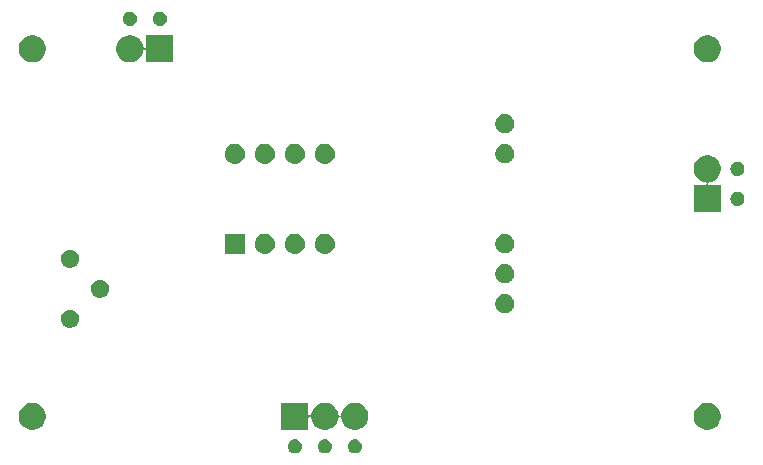
<source format=gbr>
G04 #@! TF.GenerationSoftware,KiCad,Pcbnew,(5.0.2)-1*
G04 #@! TF.CreationDate,2021-10-26T14:02:46-04:00*
G04 #@! TF.ProjectId,thermistor_amplifier,74686572-6d69-4737-946f-725f616d706c,rev?*
G04 #@! TF.SameCoordinates,Original*
G04 #@! TF.FileFunction,Soldermask,Bot*
G04 #@! TF.FilePolarity,Negative*
%FSLAX46Y46*%
G04 Gerber Fmt 4.6, Leading zero omitted, Abs format (unit mm)*
G04 Created by KiCad (PCBNEW (5.0.2)-1) date 10/26/2021 2:02:46 PM*
%MOMM*%
%LPD*%
G01*
G04 APERTURE LIST*
%ADD10C,0.100000*%
G04 APERTURE END LIST*
D10*
G36*
X117015305Y-97847096D02*
X117124680Y-97892400D01*
X117223118Y-97958175D01*
X117306825Y-98041882D01*
X117372600Y-98140320D01*
X117417904Y-98249695D01*
X117441000Y-98365806D01*
X117441000Y-98484194D01*
X117417904Y-98600305D01*
X117372600Y-98709680D01*
X117306825Y-98808118D01*
X117223118Y-98891825D01*
X117124680Y-98957600D01*
X117015305Y-99002904D01*
X116899194Y-99026000D01*
X116780806Y-99026000D01*
X116664695Y-99002904D01*
X116555320Y-98957600D01*
X116456882Y-98891825D01*
X116373175Y-98808118D01*
X116307400Y-98709680D01*
X116262096Y-98600305D01*
X116239000Y-98484194D01*
X116239000Y-98365806D01*
X116262096Y-98249695D01*
X116307400Y-98140320D01*
X116373175Y-98041882D01*
X116456882Y-97958175D01*
X116555320Y-97892400D01*
X116664695Y-97847096D01*
X116780806Y-97824000D01*
X116899194Y-97824000D01*
X117015305Y-97847096D01*
X117015305Y-97847096D01*
G37*
G36*
X122095305Y-97847096D02*
X122204680Y-97892400D01*
X122303118Y-97958175D01*
X122386825Y-98041882D01*
X122452600Y-98140320D01*
X122497904Y-98249695D01*
X122521000Y-98365806D01*
X122521000Y-98484194D01*
X122497904Y-98600305D01*
X122452600Y-98709680D01*
X122386825Y-98808118D01*
X122303118Y-98891825D01*
X122204680Y-98957600D01*
X122095305Y-99002904D01*
X121979194Y-99026000D01*
X121860806Y-99026000D01*
X121744695Y-99002904D01*
X121635320Y-98957600D01*
X121536882Y-98891825D01*
X121453175Y-98808118D01*
X121387400Y-98709680D01*
X121342096Y-98600305D01*
X121319000Y-98484194D01*
X121319000Y-98365806D01*
X121342096Y-98249695D01*
X121387400Y-98140320D01*
X121453175Y-98041882D01*
X121536882Y-97958175D01*
X121635320Y-97892400D01*
X121744695Y-97847096D01*
X121860806Y-97824000D01*
X121979194Y-97824000D01*
X122095305Y-97847096D01*
X122095305Y-97847096D01*
G37*
G36*
X119555305Y-97847096D02*
X119664680Y-97892400D01*
X119763118Y-97958175D01*
X119846825Y-98041882D01*
X119912600Y-98140320D01*
X119957904Y-98249695D01*
X119981000Y-98365806D01*
X119981000Y-98484194D01*
X119957904Y-98600305D01*
X119912600Y-98709680D01*
X119846825Y-98808118D01*
X119763118Y-98891825D01*
X119664680Y-98957600D01*
X119555305Y-99002904D01*
X119439194Y-99026000D01*
X119320806Y-99026000D01*
X119204695Y-99002904D01*
X119095320Y-98957600D01*
X118996882Y-98891825D01*
X118913175Y-98808118D01*
X118847400Y-98709680D01*
X118802096Y-98600305D01*
X118779000Y-98484194D01*
X118779000Y-98365806D01*
X118802096Y-98249695D01*
X118847400Y-98140320D01*
X118913175Y-98041882D01*
X118996882Y-97958175D01*
X119095320Y-97892400D01*
X119204695Y-97847096D01*
X119320806Y-97824000D01*
X119439194Y-97824000D01*
X119555305Y-97847096D01*
X119555305Y-97847096D01*
G37*
G36*
X152100734Y-94778232D02*
X152310202Y-94864996D01*
X152498723Y-94990962D01*
X152659038Y-95151277D01*
X152785004Y-95339798D01*
X152871768Y-95549266D01*
X152916000Y-95771635D01*
X152916000Y-95998365D01*
X152871768Y-96220734D01*
X152785004Y-96430202D01*
X152659038Y-96618723D01*
X152498723Y-96779038D01*
X152310202Y-96905004D01*
X152100734Y-96991768D01*
X151878365Y-97036000D01*
X151651635Y-97036000D01*
X151429266Y-96991768D01*
X151219798Y-96905004D01*
X151031277Y-96779038D01*
X150870962Y-96618723D01*
X150744996Y-96430202D01*
X150658232Y-96220734D01*
X150614000Y-95998365D01*
X150614000Y-95771635D01*
X150658232Y-95549266D01*
X150744996Y-95339798D01*
X150870962Y-95151277D01*
X151031277Y-94990962D01*
X151219798Y-94864996D01*
X151429266Y-94778232D01*
X151651635Y-94734000D01*
X151878365Y-94734000D01*
X152100734Y-94778232D01*
X152100734Y-94778232D01*
G37*
G36*
X94950734Y-94778232D02*
X95160202Y-94864996D01*
X95348723Y-94990962D01*
X95509038Y-95151277D01*
X95635004Y-95339798D01*
X95721768Y-95549266D01*
X95766000Y-95771635D01*
X95766000Y-95998365D01*
X95721768Y-96220734D01*
X95635004Y-96430202D01*
X95509038Y-96618723D01*
X95348723Y-96779038D01*
X95160202Y-96905004D01*
X94950734Y-96991768D01*
X94728365Y-97036000D01*
X94501635Y-97036000D01*
X94279266Y-96991768D01*
X94069798Y-96905004D01*
X93881277Y-96779038D01*
X93720962Y-96618723D01*
X93594996Y-96430202D01*
X93508232Y-96220734D01*
X93464000Y-95998365D01*
X93464000Y-95771635D01*
X93508232Y-95549266D01*
X93594996Y-95339798D01*
X93720962Y-95151277D01*
X93881277Y-94990962D01*
X94069798Y-94864996D01*
X94279266Y-94778232D01*
X94501635Y-94734000D01*
X94728365Y-94734000D01*
X94950734Y-94778232D01*
X94950734Y-94778232D01*
G37*
G36*
X117991000Y-95698997D02*
X117993402Y-95723383D01*
X118000515Y-95746832D01*
X118012066Y-95768443D01*
X118027612Y-95787385D01*
X118046554Y-95802931D01*
X118068165Y-95814482D01*
X118091614Y-95821595D01*
X118116000Y-95823997D01*
X118140386Y-95821595D01*
X118163835Y-95814482D01*
X118185446Y-95802931D01*
X118204388Y-95787385D01*
X118219934Y-95768443D01*
X118231485Y-95746832D01*
X118238598Y-95723383D01*
X118273232Y-95549266D01*
X118359996Y-95339798D01*
X118485962Y-95151277D01*
X118646277Y-94990962D01*
X118834798Y-94864996D01*
X119044266Y-94778232D01*
X119266635Y-94734000D01*
X119493365Y-94734000D01*
X119715734Y-94778232D01*
X119925202Y-94864996D01*
X120113723Y-94990962D01*
X120274038Y-95151277D01*
X120400004Y-95339798D01*
X120486768Y-95549266D01*
X120527402Y-95753547D01*
X120534515Y-95776996D01*
X120546066Y-95798607D01*
X120561612Y-95817549D01*
X120580554Y-95833095D01*
X120602165Y-95844646D01*
X120625614Y-95851759D01*
X120650000Y-95854161D01*
X120674386Y-95851759D01*
X120697835Y-95844646D01*
X120719446Y-95833095D01*
X120738388Y-95817549D01*
X120753934Y-95798607D01*
X120765485Y-95776996D01*
X120772598Y-95753547D01*
X120813232Y-95549266D01*
X120899996Y-95339798D01*
X121025962Y-95151277D01*
X121186277Y-94990962D01*
X121374798Y-94864996D01*
X121584266Y-94778232D01*
X121806635Y-94734000D01*
X122033365Y-94734000D01*
X122255734Y-94778232D01*
X122465202Y-94864996D01*
X122653723Y-94990962D01*
X122814038Y-95151277D01*
X122940004Y-95339798D01*
X123026768Y-95549266D01*
X123071000Y-95771635D01*
X123071000Y-95998365D01*
X123026768Y-96220734D01*
X122940004Y-96430202D01*
X122814038Y-96618723D01*
X122653723Y-96779038D01*
X122465202Y-96905004D01*
X122255734Y-96991768D01*
X122033365Y-97036000D01*
X121806635Y-97036000D01*
X121584266Y-96991768D01*
X121374798Y-96905004D01*
X121186277Y-96779038D01*
X121025962Y-96618723D01*
X120899996Y-96430202D01*
X120813232Y-96220734D01*
X120772598Y-96016453D01*
X120765485Y-95993004D01*
X120753934Y-95971393D01*
X120738388Y-95952451D01*
X120719446Y-95936905D01*
X120697835Y-95925354D01*
X120674386Y-95918241D01*
X120650000Y-95915839D01*
X120625614Y-95918241D01*
X120602165Y-95925354D01*
X120580554Y-95936905D01*
X120561612Y-95952451D01*
X120546066Y-95971393D01*
X120534515Y-95993004D01*
X120527402Y-96016453D01*
X120486768Y-96220734D01*
X120400004Y-96430202D01*
X120274038Y-96618723D01*
X120113723Y-96779038D01*
X119925202Y-96905004D01*
X119715734Y-96991768D01*
X119493365Y-97036000D01*
X119266635Y-97036000D01*
X119044266Y-96991768D01*
X118834798Y-96905004D01*
X118646277Y-96779038D01*
X118485962Y-96618723D01*
X118359996Y-96430202D01*
X118273232Y-96220734D01*
X118238598Y-96046617D01*
X118231485Y-96023168D01*
X118219934Y-96001557D01*
X118204388Y-95982615D01*
X118185446Y-95967069D01*
X118163835Y-95955518D01*
X118140386Y-95948405D01*
X118116000Y-95946003D01*
X118091614Y-95948405D01*
X118068165Y-95955518D01*
X118046554Y-95967069D01*
X118027612Y-95982615D01*
X118012066Y-96001557D01*
X118000515Y-96023168D01*
X117993402Y-96046617D01*
X117991000Y-96071003D01*
X117991000Y-97036000D01*
X115689000Y-97036000D01*
X115689000Y-94734000D01*
X117991000Y-94734000D01*
X117991000Y-95698997D01*
X117991000Y-95698997D01*
G37*
G36*
X97915589Y-86868876D02*
X98014893Y-86888629D01*
X98155206Y-86946748D01*
X98281484Y-87031125D01*
X98388875Y-87138516D01*
X98473252Y-87264794D01*
X98531371Y-87405107D01*
X98561000Y-87554063D01*
X98561000Y-87705937D01*
X98531371Y-87854893D01*
X98473252Y-87995206D01*
X98388875Y-88121484D01*
X98281484Y-88228875D01*
X98155206Y-88313252D01*
X98014893Y-88371371D01*
X97915589Y-88391124D01*
X97865938Y-88401000D01*
X97714062Y-88401000D01*
X97664411Y-88391124D01*
X97565107Y-88371371D01*
X97424794Y-88313252D01*
X97298516Y-88228875D01*
X97191125Y-88121484D01*
X97106748Y-87995206D01*
X97048629Y-87854893D01*
X97019000Y-87705937D01*
X97019000Y-87554063D01*
X97048629Y-87405107D01*
X97106748Y-87264794D01*
X97191125Y-87138516D01*
X97298516Y-87031125D01*
X97424794Y-86946748D01*
X97565107Y-86888629D01*
X97664411Y-86868876D01*
X97714062Y-86859000D01*
X97865938Y-86859000D01*
X97915589Y-86868876D01*
X97915589Y-86868876D01*
G37*
G36*
X134857142Y-85578242D02*
X135005102Y-85639530D01*
X135138258Y-85728502D01*
X135251498Y-85841742D01*
X135340470Y-85974898D01*
X135401758Y-86122858D01*
X135433000Y-86279925D01*
X135433000Y-86440075D01*
X135401758Y-86597142D01*
X135340470Y-86745102D01*
X135251498Y-86878258D01*
X135138258Y-86991498D01*
X135005102Y-87080470D01*
X134857142Y-87141758D01*
X134700075Y-87173000D01*
X134539925Y-87173000D01*
X134382858Y-87141758D01*
X134234898Y-87080470D01*
X134101742Y-86991498D01*
X133988502Y-86878258D01*
X133899530Y-86745102D01*
X133838242Y-86597142D01*
X133807000Y-86440075D01*
X133807000Y-86279925D01*
X133838242Y-86122858D01*
X133899530Y-85974898D01*
X133988502Y-85841742D01*
X134101742Y-85728502D01*
X134234898Y-85639530D01*
X134382858Y-85578242D01*
X134539925Y-85547000D01*
X134700075Y-85547000D01*
X134857142Y-85578242D01*
X134857142Y-85578242D01*
G37*
G36*
X100455589Y-84328876D02*
X100554893Y-84348629D01*
X100695206Y-84406748D01*
X100821484Y-84491125D01*
X100928875Y-84598516D01*
X101013252Y-84724794D01*
X101071371Y-84865107D01*
X101101000Y-85014063D01*
X101101000Y-85165937D01*
X101071371Y-85314893D01*
X101013252Y-85455206D01*
X100928875Y-85581484D01*
X100821484Y-85688875D01*
X100695206Y-85773252D01*
X100554893Y-85831371D01*
X100455589Y-85851124D01*
X100405938Y-85861000D01*
X100254062Y-85861000D01*
X100204411Y-85851124D01*
X100105107Y-85831371D01*
X99964794Y-85773252D01*
X99838516Y-85688875D01*
X99731125Y-85581484D01*
X99646748Y-85455206D01*
X99588629Y-85314893D01*
X99559000Y-85165937D01*
X99559000Y-85014063D01*
X99588629Y-84865107D01*
X99646748Y-84724794D01*
X99731125Y-84598516D01*
X99838516Y-84491125D01*
X99964794Y-84406748D01*
X100105107Y-84348629D01*
X100204411Y-84328876D01*
X100254062Y-84319000D01*
X100405938Y-84319000D01*
X100455589Y-84328876D01*
X100455589Y-84328876D01*
G37*
G36*
X134857142Y-83038242D02*
X135005102Y-83099530D01*
X135138258Y-83188502D01*
X135251498Y-83301742D01*
X135340470Y-83434898D01*
X135401758Y-83582858D01*
X135433000Y-83739925D01*
X135433000Y-83900075D01*
X135401758Y-84057142D01*
X135340470Y-84205102D01*
X135251498Y-84338258D01*
X135138258Y-84451498D01*
X135005102Y-84540470D01*
X134857142Y-84601758D01*
X134700075Y-84633000D01*
X134539925Y-84633000D01*
X134382858Y-84601758D01*
X134234898Y-84540470D01*
X134101742Y-84451498D01*
X133988502Y-84338258D01*
X133899530Y-84205102D01*
X133838242Y-84057142D01*
X133807000Y-83900075D01*
X133807000Y-83739925D01*
X133838242Y-83582858D01*
X133899530Y-83434898D01*
X133988502Y-83301742D01*
X134101742Y-83188502D01*
X134234898Y-83099530D01*
X134382858Y-83038242D01*
X134539925Y-83007000D01*
X134700075Y-83007000D01*
X134857142Y-83038242D01*
X134857142Y-83038242D01*
G37*
G36*
X97915589Y-81788876D02*
X98014893Y-81808629D01*
X98155206Y-81866748D01*
X98281484Y-81951125D01*
X98388875Y-82058516D01*
X98473252Y-82184794D01*
X98531371Y-82325107D01*
X98561000Y-82474063D01*
X98561000Y-82625937D01*
X98531371Y-82774893D01*
X98473252Y-82915206D01*
X98388875Y-83041484D01*
X98281484Y-83148875D01*
X98155206Y-83233252D01*
X98014893Y-83291371D01*
X97915589Y-83311124D01*
X97865938Y-83321000D01*
X97714062Y-83321000D01*
X97664411Y-83311124D01*
X97565107Y-83291371D01*
X97424794Y-83233252D01*
X97298516Y-83148875D01*
X97191125Y-83041484D01*
X97106748Y-82915206D01*
X97048629Y-82774893D01*
X97019000Y-82625937D01*
X97019000Y-82474063D01*
X97048629Y-82325107D01*
X97106748Y-82184794D01*
X97191125Y-82058516D01*
X97298516Y-81951125D01*
X97424794Y-81866748D01*
X97565107Y-81808629D01*
X97664411Y-81788876D01*
X97714062Y-81779000D01*
X97865938Y-81779000D01*
X97915589Y-81788876D01*
X97915589Y-81788876D01*
G37*
G36*
X119546821Y-80441313D02*
X119546824Y-80441314D01*
X119546825Y-80441314D01*
X119707239Y-80489975D01*
X119707241Y-80489976D01*
X119707244Y-80489977D01*
X119855078Y-80568995D01*
X119984659Y-80675341D01*
X120091005Y-80804922D01*
X120170023Y-80952756D01*
X120170024Y-80952759D01*
X120170025Y-80952761D01*
X120218686Y-81113175D01*
X120218687Y-81113179D01*
X120235117Y-81280000D01*
X120218687Y-81446821D01*
X120218686Y-81446824D01*
X120218686Y-81446825D01*
X120197356Y-81517142D01*
X120170023Y-81607244D01*
X120091005Y-81755078D01*
X119984659Y-81884659D01*
X119855078Y-81991005D01*
X119707244Y-82070023D01*
X119707241Y-82070024D01*
X119707239Y-82070025D01*
X119546825Y-82118686D01*
X119546824Y-82118686D01*
X119546821Y-82118687D01*
X119421804Y-82131000D01*
X119338196Y-82131000D01*
X119213179Y-82118687D01*
X119213176Y-82118686D01*
X119213175Y-82118686D01*
X119052761Y-82070025D01*
X119052759Y-82070024D01*
X119052756Y-82070023D01*
X118904922Y-81991005D01*
X118775341Y-81884659D01*
X118668995Y-81755078D01*
X118589977Y-81607244D01*
X118562645Y-81517142D01*
X118541314Y-81446825D01*
X118541314Y-81446824D01*
X118541313Y-81446821D01*
X118524883Y-81280000D01*
X118541313Y-81113179D01*
X118541314Y-81113175D01*
X118589975Y-80952761D01*
X118589976Y-80952759D01*
X118589977Y-80952756D01*
X118668995Y-80804922D01*
X118775341Y-80675341D01*
X118904922Y-80568995D01*
X119052756Y-80489977D01*
X119052759Y-80489976D01*
X119052761Y-80489975D01*
X119213175Y-80441314D01*
X119213176Y-80441314D01*
X119213179Y-80441313D01*
X119338196Y-80429000D01*
X119421804Y-80429000D01*
X119546821Y-80441313D01*
X119546821Y-80441313D01*
G37*
G36*
X112611000Y-82131000D02*
X110909000Y-82131000D01*
X110909000Y-80429000D01*
X112611000Y-80429000D01*
X112611000Y-82131000D01*
X112611000Y-82131000D01*
G37*
G36*
X117006821Y-80441313D02*
X117006824Y-80441314D01*
X117006825Y-80441314D01*
X117167239Y-80489975D01*
X117167241Y-80489976D01*
X117167244Y-80489977D01*
X117315078Y-80568995D01*
X117444659Y-80675341D01*
X117551005Y-80804922D01*
X117630023Y-80952756D01*
X117630024Y-80952759D01*
X117630025Y-80952761D01*
X117678686Y-81113175D01*
X117678687Y-81113179D01*
X117695117Y-81280000D01*
X117678687Y-81446821D01*
X117678686Y-81446824D01*
X117678686Y-81446825D01*
X117657356Y-81517142D01*
X117630023Y-81607244D01*
X117551005Y-81755078D01*
X117444659Y-81884659D01*
X117315078Y-81991005D01*
X117167244Y-82070023D01*
X117167241Y-82070024D01*
X117167239Y-82070025D01*
X117006825Y-82118686D01*
X117006824Y-82118686D01*
X117006821Y-82118687D01*
X116881804Y-82131000D01*
X116798196Y-82131000D01*
X116673179Y-82118687D01*
X116673176Y-82118686D01*
X116673175Y-82118686D01*
X116512761Y-82070025D01*
X116512759Y-82070024D01*
X116512756Y-82070023D01*
X116364922Y-81991005D01*
X116235341Y-81884659D01*
X116128995Y-81755078D01*
X116049977Y-81607244D01*
X116022645Y-81517142D01*
X116001314Y-81446825D01*
X116001314Y-81446824D01*
X116001313Y-81446821D01*
X115984883Y-81280000D01*
X116001313Y-81113179D01*
X116001314Y-81113175D01*
X116049975Y-80952761D01*
X116049976Y-80952759D01*
X116049977Y-80952756D01*
X116128995Y-80804922D01*
X116235341Y-80675341D01*
X116364922Y-80568995D01*
X116512756Y-80489977D01*
X116512759Y-80489976D01*
X116512761Y-80489975D01*
X116673175Y-80441314D01*
X116673176Y-80441314D01*
X116673179Y-80441313D01*
X116798196Y-80429000D01*
X116881804Y-80429000D01*
X117006821Y-80441313D01*
X117006821Y-80441313D01*
G37*
G36*
X114466821Y-80441313D02*
X114466824Y-80441314D01*
X114466825Y-80441314D01*
X114627239Y-80489975D01*
X114627241Y-80489976D01*
X114627244Y-80489977D01*
X114775078Y-80568995D01*
X114904659Y-80675341D01*
X115011005Y-80804922D01*
X115090023Y-80952756D01*
X115090024Y-80952759D01*
X115090025Y-80952761D01*
X115138686Y-81113175D01*
X115138687Y-81113179D01*
X115155117Y-81280000D01*
X115138687Y-81446821D01*
X115138686Y-81446824D01*
X115138686Y-81446825D01*
X115117356Y-81517142D01*
X115090023Y-81607244D01*
X115011005Y-81755078D01*
X114904659Y-81884659D01*
X114775078Y-81991005D01*
X114627244Y-82070023D01*
X114627241Y-82070024D01*
X114627239Y-82070025D01*
X114466825Y-82118686D01*
X114466824Y-82118686D01*
X114466821Y-82118687D01*
X114341804Y-82131000D01*
X114258196Y-82131000D01*
X114133179Y-82118687D01*
X114133176Y-82118686D01*
X114133175Y-82118686D01*
X113972761Y-82070025D01*
X113972759Y-82070024D01*
X113972756Y-82070023D01*
X113824922Y-81991005D01*
X113695341Y-81884659D01*
X113588995Y-81755078D01*
X113509977Y-81607244D01*
X113482645Y-81517142D01*
X113461314Y-81446825D01*
X113461314Y-81446824D01*
X113461313Y-81446821D01*
X113444883Y-81280000D01*
X113461313Y-81113179D01*
X113461314Y-81113175D01*
X113509975Y-80952761D01*
X113509976Y-80952759D01*
X113509977Y-80952756D01*
X113588995Y-80804922D01*
X113695341Y-80675341D01*
X113824922Y-80568995D01*
X113972756Y-80489977D01*
X113972759Y-80489976D01*
X113972761Y-80489975D01*
X114133175Y-80441314D01*
X114133176Y-80441314D01*
X114133179Y-80441313D01*
X114258196Y-80429000D01*
X114341804Y-80429000D01*
X114466821Y-80441313D01*
X114466821Y-80441313D01*
G37*
G36*
X134857142Y-80498242D02*
X135005102Y-80559530D01*
X135138258Y-80648502D01*
X135251498Y-80761742D01*
X135340470Y-80894898D01*
X135401758Y-81042858D01*
X135433000Y-81199925D01*
X135433000Y-81360075D01*
X135401758Y-81517142D01*
X135340470Y-81665102D01*
X135251498Y-81798258D01*
X135138258Y-81911498D01*
X135005102Y-82000470D01*
X134857142Y-82061758D01*
X134700075Y-82093000D01*
X134539925Y-82093000D01*
X134382858Y-82061758D01*
X134234898Y-82000470D01*
X134101742Y-81911498D01*
X133988502Y-81798258D01*
X133899530Y-81665102D01*
X133838242Y-81517142D01*
X133807000Y-81360075D01*
X133807000Y-81199925D01*
X133838242Y-81042858D01*
X133899530Y-80894898D01*
X133988502Y-80761742D01*
X134101742Y-80648502D01*
X134234898Y-80559530D01*
X134382858Y-80498242D01*
X134539925Y-80467000D01*
X134700075Y-80467000D01*
X134857142Y-80498242D01*
X134857142Y-80498242D01*
G37*
G36*
X152100734Y-73823232D02*
X152310202Y-73909996D01*
X152498723Y-74035962D01*
X152659038Y-74196277D01*
X152785004Y-74384798D01*
X152871768Y-74594266D01*
X152916000Y-74816635D01*
X152916000Y-75043365D01*
X152871768Y-75265734D01*
X152785004Y-75475202D01*
X152659038Y-75663723D01*
X152498723Y-75824038D01*
X152310202Y-75950004D01*
X152100734Y-76036768D01*
X151926617Y-76071402D01*
X151903168Y-76078515D01*
X151881557Y-76090066D01*
X151862615Y-76105612D01*
X151847069Y-76124554D01*
X151835518Y-76146165D01*
X151828405Y-76169614D01*
X151826003Y-76194000D01*
X151828405Y-76218386D01*
X151835518Y-76241835D01*
X151847069Y-76263446D01*
X151862615Y-76282388D01*
X151881557Y-76297934D01*
X151903168Y-76309485D01*
X151926617Y-76316598D01*
X151951003Y-76319000D01*
X152916000Y-76319000D01*
X152916000Y-78621000D01*
X150614000Y-78621000D01*
X150614000Y-76319000D01*
X151578997Y-76319000D01*
X151603383Y-76316598D01*
X151626832Y-76309485D01*
X151648443Y-76297934D01*
X151667385Y-76282388D01*
X151682931Y-76263446D01*
X151694482Y-76241835D01*
X151701595Y-76218386D01*
X151703997Y-76194000D01*
X151701595Y-76169614D01*
X151694482Y-76146165D01*
X151682931Y-76124554D01*
X151667385Y-76105612D01*
X151648443Y-76090066D01*
X151626832Y-76078515D01*
X151603383Y-76071402D01*
X151429266Y-76036768D01*
X151219798Y-75950004D01*
X151031277Y-75824038D01*
X150870962Y-75663723D01*
X150744996Y-75475202D01*
X150658232Y-75265734D01*
X150614000Y-75043365D01*
X150614000Y-74816635D01*
X150658232Y-74594266D01*
X150744996Y-74384798D01*
X150870962Y-74196277D01*
X151031277Y-74035962D01*
X151219798Y-73909996D01*
X151429266Y-73823232D01*
X151651635Y-73779000D01*
X151878365Y-73779000D01*
X152100734Y-73823232D01*
X152100734Y-73823232D01*
G37*
G36*
X154480305Y-76892096D02*
X154589680Y-76937400D01*
X154688118Y-77003175D01*
X154771825Y-77086882D01*
X154837600Y-77185320D01*
X154882904Y-77294695D01*
X154906000Y-77410806D01*
X154906000Y-77529194D01*
X154882904Y-77645305D01*
X154837600Y-77754680D01*
X154771825Y-77853118D01*
X154688118Y-77936825D01*
X154589680Y-78002600D01*
X154480305Y-78047904D01*
X154364194Y-78071000D01*
X154245806Y-78071000D01*
X154129695Y-78047904D01*
X154020320Y-78002600D01*
X153921882Y-77936825D01*
X153838175Y-77853118D01*
X153772400Y-77754680D01*
X153727096Y-77645305D01*
X153704000Y-77529194D01*
X153704000Y-77410806D01*
X153727096Y-77294695D01*
X153772400Y-77185320D01*
X153838175Y-77086882D01*
X153921882Y-77003175D01*
X154020320Y-76937400D01*
X154129695Y-76892096D01*
X154245806Y-76869000D01*
X154364194Y-76869000D01*
X154480305Y-76892096D01*
X154480305Y-76892096D01*
G37*
G36*
X154480305Y-74352096D02*
X154589680Y-74397400D01*
X154688118Y-74463175D01*
X154771825Y-74546882D01*
X154837600Y-74645320D01*
X154882904Y-74754695D01*
X154906000Y-74870806D01*
X154906000Y-74989194D01*
X154882904Y-75105305D01*
X154837600Y-75214680D01*
X154771825Y-75313118D01*
X154688118Y-75396825D01*
X154589680Y-75462600D01*
X154480305Y-75507904D01*
X154364194Y-75531000D01*
X154245806Y-75531000D01*
X154129695Y-75507904D01*
X154020320Y-75462600D01*
X153921882Y-75396825D01*
X153838175Y-75313118D01*
X153772400Y-75214680D01*
X153727096Y-75105305D01*
X153704000Y-74989194D01*
X153704000Y-74870806D01*
X153727096Y-74754695D01*
X153772400Y-74645320D01*
X153838175Y-74546882D01*
X153921882Y-74463175D01*
X154020320Y-74397400D01*
X154129695Y-74352096D01*
X154245806Y-74329000D01*
X154364194Y-74329000D01*
X154480305Y-74352096D01*
X154480305Y-74352096D01*
G37*
G36*
X111926821Y-72821313D02*
X111926824Y-72821314D01*
X111926825Y-72821314D01*
X112087239Y-72869975D01*
X112087241Y-72869976D01*
X112087244Y-72869977D01*
X112235078Y-72948995D01*
X112364659Y-73055341D01*
X112471005Y-73184922D01*
X112550023Y-73332756D01*
X112550024Y-73332759D01*
X112550025Y-73332761D01*
X112598686Y-73493175D01*
X112598687Y-73493179D01*
X112615117Y-73660000D01*
X112598687Y-73826821D01*
X112598686Y-73826824D01*
X112598686Y-73826825D01*
X112577356Y-73897142D01*
X112550023Y-73987244D01*
X112471005Y-74135078D01*
X112364659Y-74264659D01*
X112235078Y-74371005D01*
X112087244Y-74450023D01*
X112087241Y-74450024D01*
X112087239Y-74450025D01*
X111926825Y-74498686D01*
X111926824Y-74498686D01*
X111926821Y-74498687D01*
X111801804Y-74511000D01*
X111718196Y-74511000D01*
X111593179Y-74498687D01*
X111593176Y-74498686D01*
X111593175Y-74498686D01*
X111432761Y-74450025D01*
X111432759Y-74450024D01*
X111432756Y-74450023D01*
X111284922Y-74371005D01*
X111155341Y-74264659D01*
X111048995Y-74135078D01*
X110969977Y-73987244D01*
X110942645Y-73897142D01*
X110921314Y-73826825D01*
X110921314Y-73826824D01*
X110921313Y-73826821D01*
X110904883Y-73660000D01*
X110921313Y-73493179D01*
X110921314Y-73493175D01*
X110969975Y-73332761D01*
X110969976Y-73332759D01*
X110969977Y-73332756D01*
X111048995Y-73184922D01*
X111155341Y-73055341D01*
X111284922Y-72948995D01*
X111432756Y-72869977D01*
X111432759Y-72869976D01*
X111432761Y-72869975D01*
X111593175Y-72821314D01*
X111593176Y-72821314D01*
X111593179Y-72821313D01*
X111718196Y-72809000D01*
X111801804Y-72809000D01*
X111926821Y-72821313D01*
X111926821Y-72821313D01*
G37*
G36*
X119546821Y-72821313D02*
X119546824Y-72821314D01*
X119546825Y-72821314D01*
X119707239Y-72869975D01*
X119707241Y-72869976D01*
X119707244Y-72869977D01*
X119855078Y-72948995D01*
X119984659Y-73055341D01*
X120091005Y-73184922D01*
X120170023Y-73332756D01*
X120170024Y-73332759D01*
X120170025Y-73332761D01*
X120218686Y-73493175D01*
X120218687Y-73493179D01*
X120235117Y-73660000D01*
X120218687Y-73826821D01*
X120218686Y-73826824D01*
X120218686Y-73826825D01*
X120197356Y-73897142D01*
X120170023Y-73987244D01*
X120091005Y-74135078D01*
X119984659Y-74264659D01*
X119855078Y-74371005D01*
X119707244Y-74450023D01*
X119707241Y-74450024D01*
X119707239Y-74450025D01*
X119546825Y-74498686D01*
X119546824Y-74498686D01*
X119546821Y-74498687D01*
X119421804Y-74511000D01*
X119338196Y-74511000D01*
X119213179Y-74498687D01*
X119213176Y-74498686D01*
X119213175Y-74498686D01*
X119052761Y-74450025D01*
X119052759Y-74450024D01*
X119052756Y-74450023D01*
X118904922Y-74371005D01*
X118775341Y-74264659D01*
X118668995Y-74135078D01*
X118589977Y-73987244D01*
X118562645Y-73897142D01*
X118541314Y-73826825D01*
X118541314Y-73826824D01*
X118541313Y-73826821D01*
X118524883Y-73660000D01*
X118541313Y-73493179D01*
X118541314Y-73493175D01*
X118589975Y-73332761D01*
X118589976Y-73332759D01*
X118589977Y-73332756D01*
X118668995Y-73184922D01*
X118775341Y-73055341D01*
X118904922Y-72948995D01*
X119052756Y-72869977D01*
X119052759Y-72869976D01*
X119052761Y-72869975D01*
X119213175Y-72821314D01*
X119213176Y-72821314D01*
X119213179Y-72821313D01*
X119338196Y-72809000D01*
X119421804Y-72809000D01*
X119546821Y-72821313D01*
X119546821Y-72821313D01*
G37*
G36*
X117006821Y-72821313D02*
X117006824Y-72821314D01*
X117006825Y-72821314D01*
X117167239Y-72869975D01*
X117167241Y-72869976D01*
X117167244Y-72869977D01*
X117315078Y-72948995D01*
X117444659Y-73055341D01*
X117551005Y-73184922D01*
X117630023Y-73332756D01*
X117630024Y-73332759D01*
X117630025Y-73332761D01*
X117678686Y-73493175D01*
X117678687Y-73493179D01*
X117695117Y-73660000D01*
X117678687Y-73826821D01*
X117678686Y-73826824D01*
X117678686Y-73826825D01*
X117657356Y-73897142D01*
X117630023Y-73987244D01*
X117551005Y-74135078D01*
X117444659Y-74264659D01*
X117315078Y-74371005D01*
X117167244Y-74450023D01*
X117167241Y-74450024D01*
X117167239Y-74450025D01*
X117006825Y-74498686D01*
X117006824Y-74498686D01*
X117006821Y-74498687D01*
X116881804Y-74511000D01*
X116798196Y-74511000D01*
X116673179Y-74498687D01*
X116673176Y-74498686D01*
X116673175Y-74498686D01*
X116512761Y-74450025D01*
X116512759Y-74450024D01*
X116512756Y-74450023D01*
X116364922Y-74371005D01*
X116235341Y-74264659D01*
X116128995Y-74135078D01*
X116049977Y-73987244D01*
X116022645Y-73897142D01*
X116001314Y-73826825D01*
X116001314Y-73826824D01*
X116001313Y-73826821D01*
X115984883Y-73660000D01*
X116001313Y-73493179D01*
X116001314Y-73493175D01*
X116049975Y-73332761D01*
X116049976Y-73332759D01*
X116049977Y-73332756D01*
X116128995Y-73184922D01*
X116235341Y-73055341D01*
X116364922Y-72948995D01*
X116512756Y-72869977D01*
X116512759Y-72869976D01*
X116512761Y-72869975D01*
X116673175Y-72821314D01*
X116673176Y-72821314D01*
X116673179Y-72821313D01*
X116798196Y-72809000D01*
X116881804Y-72809000D01*
X117006821Y-72821313D01*
X117006821Y-72821313D01*
G37*
G36*
X114466821Y-72821313D02*
X114466824Y-72821314D01*
X114466825Y-72821314D01*
X114627239Y-72869975D01*
X114627241Y-72869976D01*
X114627244Y-72869977D01*
X114775078Y-72948995D01*
X114904659Y-73055341D01*
X115011005Y-73184922D01*
X115090023Y-73332756D01*
X115090024Y-73332759D01*
X115090025Y-73332761D01*
X115138686Y-73493175D01*
X115138687Y-73493179D01*
X115155117Y-73660000D01*
X115138687Y-73826821D01*
X115138686Y-73826824D01*
X115138686Y-73826825D01*
X115117356Y-73897142D01*
X115090023Y-73987244D01*
X115011005Y-74135078D01*
X114904659Y-74264659D01*
X114775078Y-74371005D01*
X114627244Y-74450023D01*
X114627241Y-74450024D01*
X114627239Y-74450025D01*
X114466825Y-74498686D01*
X114466824Y-74498686D01*
X114466821Y-74498687D01*
X114341804Y-74511000D01*
X114258196Y-74511000D01*
X114133179Y-74498687D01*
X114133176Y-74498686D01*
X114133175Y-74498686D01*
X113972761Y-74450025D01*
X113972759Y-74450024D01*
X113972756Y-74450023D01*
X113824922Y-74371005D01*
X113695341Y-74264659D01*
X113588995Y-74135078D01*
X113509977Y-73987244D01*
X113482645Y-73897142D01*
X113461314Y-73826825D01*
X113461314Y-73826824D01*
X113461313Y-73826821D01*
X113444883Y-73660000D01*
X113461313Y-73493179D01*
X113461314Y-73493175D01*
X113509975Y-73332761D01*
X113509976Y-73332759D01*
X113509977Y-73332756D01*
X113588995Y-73184922D01*
X113695341Y-73055341D01*
X113824922Y-72948995D01*
X113972756Y-72869977D01*
X113972759Y-72869976D01*
X113972761Y-72869975D01*
X114133175Y-72821314D01*
X114133176Y-72821314D01*
X114133179Y-72821313D01*
X114258196Y-72809000D01*
X114341804Y-72809000D01*
X114466821Y-72821313D01*
X114466821Y-72821313D01*
G37*
G36*
X134857142Y-72878242D02*
X135005102Y-72939530D01*
X135138258Y-73028502D01*
X135251498Y-73141742D01*
X135340470Y-73274898D01*
X135401758Y-73422858D01*
X135433000Y-73579925D01*
X135433000Y-73740075D01*
X135401758Y-73897142D01*
X135340470Y-74045102D01*
X135251498Y-74178258D01*
X135138258Y-74291498D01*
X135005102Y-74380470D01*
X135005101Y-74380471D01*
X135005100Y-74380471D01*
X134971583Y-74394354D01*
X134857142Y-74441758D01*
X134700075Y-74473000D01*
X134539925Y-74473000D01*
X134382858Y-74441758D01*
X134268417Y-74394354D01*
X134234900Y-74380471D01*
X134234899Y-74380471D01*
X134234898Y-74380470D01*
X134101742Y-74291498D01*
X133988502Y-74178258D01*
X133899530Y-74045102D01*
X133838242Y-73897142D01*
X133807000Y-73740075D01*
X133807000Y-73579925D01*
X133838242Y-73422858D01*
X133899530Y-73274898D01*
X133988502Y-73141742D01*
X134101742Y-73028502D01*
X134234898Y-72939530D01*
X134382858Y-72878242D01*
X134539925Y-72847000D01*
X134700075Y-72847000D01*
X134857142Y-72878242D01*
X134857142Y-72878242D01*
G37*
G36*
X134857142Y-70338242D02*
X135005102Y-70399530D01*
X135138258Y-70488502D01*
X135251498Y-70601742D01*
X135340470Y-70734898D01*
X135401758Y-70882858D01*
X135433000Y-71039925D01*
X135433000Y-71200075D01*
X135401758Y-71357142D01*
X135340470Y-71505102D01*
X135251498Y-71638258D01*
X135138258Y-71751498D01*
X135005102Y-71840470D01*
X134857142Y-71901758D01*
X134700075Y-71933000D01*
X134539925Y-71933000D01*
X134382858Y-71901758D01*
X134234898Y-71840470D01*
X134101742Y-71751498D01*
X133988502Y-71638258D01*
X133899530Y-71505102D01*
X133838242Y-71357142D01*
X133807000Y-71200075D01*
X133807000Y-71039925D01*
X133838242Y-70882858D01*
X133899530Y-70734898D01*
X133988502Y-70601742D01*
X134101742Y-70488502D01*
X134234898Y-70399530D01*
X134382858Y-70338242D01*
X134539925Y-70307000D01*
X134700075Y-70307000D01*
X134857142Y-70338242D01*
X134857142Y-70338242D01*
G37*
G36*
X94950734Y-63663232D02*
X95160202Y-63749996D01*
X95348723Y-63875962D01*
X95509038Y-64036277D01*
X95635004Y-64224798D01*
X95721768Y-64434266D01*
X95766000Y-64656635D01*
X95766000Y-64883365D01*
X95721768Y-65105734D01*
X95635004Y-65315202D01*
X95509038Y-65503723D01*
X95348723Y-65664038D01*
X95160202Y-65790004D01*
X94950734Y-65876768D01*
X94728365Y-65921000D01*
X94501635Y-65921000D01*
X94279266Y-65876768D01*
X94069798Y-65790004D01*
X93881277Y-65664038D01*
X93720962Y-65503723D01*
X93594996Y-65315202D01*
X93508232Y-65105734D01*
X93464000Y-64883365D01*
X93464000Y-64656635D01*
X93508232Y-64434266D01*
X93594996Y-64224798D01*
X93720962Y-64036277D01*
X93881277Y-63875962D01*
X94069798Y-63749996D01*
X94279266Y-63663232D01*
X94501635Y-63619000D01*
X94728365Y-63619000D01*
X94950734Y-63663232D01*
X94950734Y-63663232D01*
G37*
G36*
X152100734Y-63663232D02*
X152310202Y-63749996D01*
X152498723Y-63875962D01*
X152659038Y-64036277D01*
X152785004Y-64224798D01*
X152871768Y-64434266D01*
X152916000Y-64656635D01*
X152916000Y-64883365D01*
X152871768Y-65105734D01*
X152785004Y-65315202D01*
X152659038Y-65503723D01*
X152498723Y-65664038D01*
X152310202Y-65790004D01*
X152100734Y-65876768D01*
X151878365Y-65921000D01*
X151651635Y-65921000D01*
X151429266Y-65876768D01*
X151219798Y-65790004D01*
X151031277Y-65664038D01*
X150870962Y-65503723D01*
X150744996Y-65315202D01*
X150658232Y-65105734D01*
X150614000Y-64883365D01*
X150614000Y-64656635D01*
X150658232Y-64434266D01*
X150744996Y-64224798D01*
X150870962Y-64036277D01*
X151031277Y-63875962D01*
X151219798Y-63749996D01*
X151429266Y-63663232D01*
X151651635Y-63619000D01*
X151878365Y-63619000D01*
X152100734Y-63663232D01*
X152100734Y-63663232D01*
G37*
G36*
X103205734Y-63663232D02*
X103415202Y-63749996D01*
X103603723Y-63875962D01*
X103764038Y-64036277D01*
X103890004Y-64224798D01*
X103976768Y-64434266D01*
X104011402Y-64608383D01*
X104018515Y-64631832D01*
X104030066Y-64653443D01*
X104045612Y-64672385D01*
X104064554Y-64687931D01*
X104086165Y-64699482D01*
X104109614Y-64706595D01*
X104134000Y-64708997D01*
X104158386Y-64706595D01*
X104181835Y-64699482D01*
X104203446Y-64687931D01*
X104222388Y-64672385D01*
X104237934Y-64653443D01*
X104249485Y-64631832D01*
X104256598Y-64608383D01*
X104259000Y-64583997D01*
X104259000Y-63619000D01*
X106561000Y-63619000D01*
X106561000Y-65921000D01*
X104259000Y-65921000D01*
X104259000Y-64956003D01*
X104256598Y-64931617D01*
X104249485Y-64908168D01*
X104237934Y-64886557D01*
X104222388Y-64867615D01*
X104203446Y-64852069D01*
X104181835Y-64840518D01*
X104158386Y-64833405D01*
X104134000Y-64831003D01*
X104109614Y-64833405D01*
X104086165Y-64840518D01*
X104064554Y-64852069D01*
X104045612Y-64867615D01*
X104030066Y-64886557D01*
X104018515Y-64908168D01*
X104011402Y-64931617D01*
X103976768Y-65105734D01*
X103890004Y-65315202D01*
X103764038Y-65503723D01*
X103603723Y-65664038D01*
X103415202Y-65790004D01*
X103205734Y-65876768D01*
X102983365Y-65921000D01*
X102756635Y-65921000D01*
X102534266Y-65876768D01*
X102324798Y-65790004D01*
X102136277Y-65664038D01*
X101975962Y-65503723D01*
X101849996Y-65315202D01*
X101763232Y-65105734D01*
X101719000Y-64883365D01*
X101719000Y-64656635D01*
X101763232Y-64434266D01*
X101849996Y-64224798D01*
X101975962Y-64036277D01*
X102136277Y-63875962D01*
X102324798Y-63749996D01*
X102534266Y-63663232D01*
X102756635Y-63619000D01*
X102983365Y-63619000D01*
X103205734Y-63663232D01*
X103205734Y-63663232D01*
G37*
G36*
X103045305Y-61652096D02*
X103154680Y-61697400D01*
X103253118Y-61763175D01*
X103336825Y-61846882D01*
X103402600Y-61945320D01*
X103447904Y-62054695D01*
X103471000Y-62170806D01*
X103471000Y-62289194D01*
X103447904Y-62405305D01*
X103402600Y-62514680D01*
X103336825Y-62613118D01*
X103253118Y-62696825D01*
X103154680Y-62762600D01*
X103045305Y-62807904D01*
X102929194Y-62831000D01*
X102810806Y-62831000D01*
X102694695Y-62807904D01*
X102585320Y-62762600D01*
X102486882Y-62696825D01*
X102403175Y-62613118D01*
X102337400Y-62514680D01*
X102292096Y-62405305D01*
X102269000Y-62289194D01*
X102269000Y-62170806D01*
X102292096Y-62054695D01*
X102337400Y-61945320D01*
X102403175Y-61846882D01*
X102486882Y-61763175D01*
X102585320Y-61697400D01*
X102694695Y-61652096D01*
X102810806Y-61629000D01*
X102929194Y-61629000D01*
X103045305Y-61652096D01*
X103045305Y-61652096D01*
G37*
G36*
X105585305Y-61652096D02*
X105694680Y-61697400D01*
X105793118Y-61763175D01*
X105876825Y-61846882D01*
X105942600Y-61945320D01*
X105987904Y-62054695D01*
X106011000Y-62170806D01*
X106011000Y-62289194D01*
X105987904Y-62405305D01*
X105942600Y-62514680D01*
X105876825Y-62613118D01*
X105793118Y-62696825D01*
X105694680Y-62762600D01*
X105585305Y-62807904D01*
X105469194Y-62831000D01*
X105350806Y-62831000D01*
X105234695Y-62807904D01*
X105125320Y-62762600D01*
X105026882Y-62696825D01*
X104943175Y-62613118D01*
X104877400Y-62514680D01*
X104832096Y-62405305D01*
X104809000Y-62289194D01*
X104809000Y-62170806D01*
X104832096Y-62054695D01*
X104877400Y-61945320D01*
X104943175Y-61846882D01*
X105026882Y-61763175D01*
X105125320Y-61697400D01*
X105234695Y-61652096D01*
X105350806Y-61629000D01*
X105469194Y-61629000D01*
X105585305Y-61652096D01*
X105585305Y-61652096D01*
G37*
M02*

</source>
